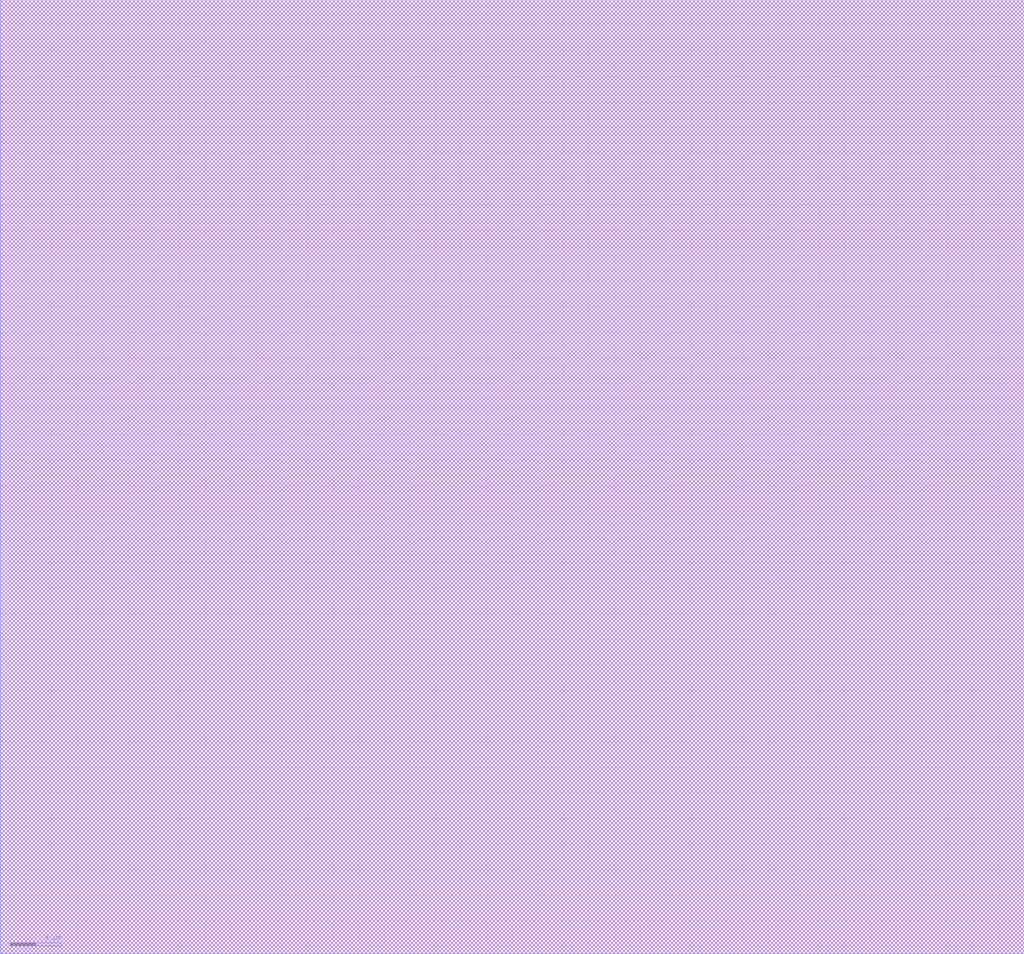
<source format=lef>
###############################################################################
#TSMC Library/IP Product
#Filename: tpb018v_3lm.lef
#Technology: 018
#Product Type: I/O PAD
#Product Name: tpb018v
#Version: 180a
###############################################################################
# 
#STATEMENT OF USE
#
#This information contains confidential and proprietary information of TSMC.
#No part of this information may be reproduced, transmitted, transcribed,
#stored in a retrieval system, or translated into any human or computer
#language, in any form or by any means, electronic, mechanical, magnetic,
#optical, chemical, manual, or otherwise, without the prior written permission
#of TSMC. This information was prepared for informational purpose and is for
#use by TSMC's customers only. TSMC reserves the right to make changes in the
#information at any time and without notice.
# 
###############################################################################

MACRO PAD80L
    CLASS BLOCK ;
    FOREIGN PAD80L 0.000 -72.500  ;
    ORIGIN 0.000 72.500 ;
    SIZE 80.000 BY 72.500 ;
    SYMMETRY X Y R90 ;
    OBS
        LAYER METAL1 ;
        RECT  0.000 -72.500 80.000 0.000 ;
        LAYER METAL2 ;
        RECT  0.000 -72.500 80.000 0.000 ;
        LAYER METAL3 ;
        RECT  0.000 -72.500 80.000 0.000 ;
    END
END PAD80L

MACRO PAD80L_OBV
    CLASS BLOCK ;
    FOREIGN PAD80L_OBV 0.000 -74.580  ;
    ORIGIN 0.000 74.580 ;
    SIZE 80.000 BY 74.580 ;
    SYMMETRY X Y R90 ;
    OBS
        LAYER METAL1 ;
        RECT  0.000 -74.580 80.000 0.000 ;
        LAYER METAL2 ;
        RECT  0.000 -74.580 80.000 0.000 ;
        LAYER METAL3 ;
        RECT  0.000 -74.580 80.000 0.000 ;
    END
END PAD80L_OBV

MACRO PAD80L_TRL
    CLASS BLOCK ;
    FOREIGN PAD80L_TRL 0.000 -72.500  ;
    ORIGIN 0.000 72.500 ;
    SIZE 80.000 BY 72.500 ;
    SYMMETRY X Y R90 ;
    OBS
        LAYER METAL1 ;
        RECT  0.000 -72.500 80.000 0.000 ;
        LAYER METAL2 ;
        RECT  0.000 -72.500 80.000 0.000 ;
        LAYER METAL3 ;
        RECT  0.000 -72.500 80.000 0.000 ;
    END
END PAD80L_TRL

END LIBRARY

</source>
